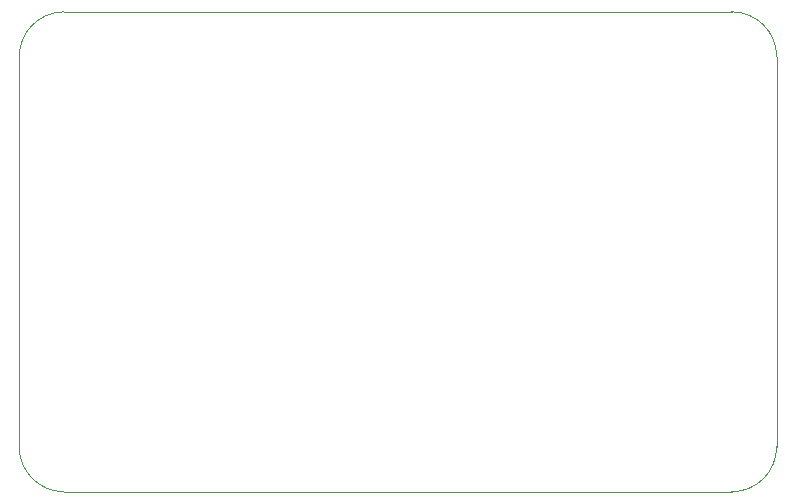
<source format=gbr>
G04 #@! TF.GenerationSoftware,KiCad,Pcbnew,(5.1.7)-1*
G04 #@! TF.CreationDate,2020-12-21T12:07:40-05:00*
G04 #@! TF.ProjectId,Fan Controller v3.0,46616e20-436f-46e7-9472-6f6c6c657220,A*
G04 #@! TF.SameCoordinates,Original*
G04 #@! TF.FileFunction,Profile,NP*
%FSLAX46Y46*%
G04 Gerber Fmt 4.6, Leading zero omitted, Abs format (unit mm)*
G04 Created by KiCad (PCBNEW (5.1.7)-1) date 2020-12-21 12:07:40*
%MOMM*%
%LPD*%
G01*
G04 APERTURE LIST*
G04 #@! TA.AperFunction,Profile*
%ADD10C,0.038100*%
G04 #@! TD*
G04 APERTURE END LIST*
D10*
X203835000Y-74930000D02*
G75*
G02*
X200025000Y-78740000I-3810000J0D01*
G01*
X143510000Y-78740000D02*
G75*
G02*
X139700000Y-74930000I0J3810000D01*
G01*
X200025000Y-38100000D02*
G75*
G02*
X203835000Y-41910000I0J-3810000D01*
G01*
X139700000Y-41910000D02*
G75*
G02*
X143510000Y-38100000I3810000J0D01*
G01*
X139700000Y-74930000D02*
X139700000Y-41910000D01*
X200025000Y-78740000D02*
X143510000Y-78740000D01*
X203835000Y-41910000D02*
X203835000Y-74930000D01*
X143510000Y-38100000D02*
X200025000Y-38100000D01*
M02*

</source>
